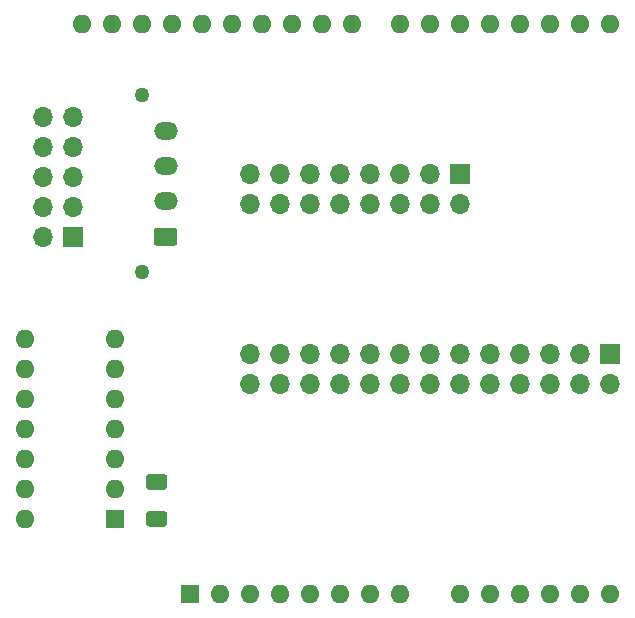
<source format=gbr>
%TF.GenerationSoftware,KiCad,Pcbnew,(5.1.8)-1*%
%TF.CreationDate,2021-08-01T10:57:51-04:00*%
%TF.ProjectId,p3_dx robot controller,70335f64-7820-4726-9f62-6f7420636f6e,rev?*%
%TF.SameCoordinates,Original*%
%TF.FileFunction,Soldermask,Bot*%
%TF.FilePolarity,Negative*%
%FSLAX46Y46*%
G04 Gerber Fmt 4.6, Leading zero omitted, Abs format (unit mm)*
G04 Created by KiCad (PCBNEW (5.1.8)-1) date 2021-08-01 10:57:51*
%MOMM*%
%LPD*%
G01*
G04 APERTURE LIST*
%ADD10O,1.600000X1.600000*%
%ADD11R,1.600000X1.600000*%
%ADD12C,1.270000*%
%ADD13O,2.020000X1.500000*%
%ADD14R,1.700000X1.700000*%
%ADD15O,1.700000X1.700000*%
G04 APERTURE END LIST*
D10*
%TO.C,A1*%
X50800000Y-2540000D03*
X53340000Y-2540000D03*
X13720000Y-2540000D03*
X53340000Y-50800000D03*
X16260000Y-2540000D03*
X50800000Y-50800000D03*
X18800000Y-2540000D03*
X48260000Y-50800000D03*
X21340000Y-2540000D03*
X45720000Y-50800000D03*
X23880000Y-2540000D03*
X43180000Y-50800000D03*
X26420000Y-2540000D03*
X40640000Y-50800000D03*
X28960000Y-2540000D03*
X35560000Y-50800000D03*
X31500000Y-2540000D03*
X33020000Y-50800000D03*
X35560000Y-2540000D03*
X30480000Y-50800000D03*
X38100000Y-2540000D03*
X27940000Y-50800000D03*
X40640000Y-2540000D03*
X25400000Y-50800000D03*
X43180000Y-2540000D03*
X22860000Y-50800000D03*
X45720000Y-2540000D03*
X20320000Y-50800000D03*
X48260000Y-2540000D03*
D11*
X17780000Y-50800000D03*
D10*
X11180000Y-2540000D03*
X8640000Y-2540000D03*
%TD*%
%TO.C,C1*%
G36*
G01*
X14335999Y-40662500D02*
X15636001Y-40662500D01*
G75*
G02*
X15886000Y-40912499I0J-249999D01*
G01*
X15886000Y-41737501D01*
G75*
G02*
X15636001Y-41987500I-249999J0D01*
G01*
X14335999Y-41987500D01*
G75*
G02*
X14086000Y-41737501I0J249999D01*
G01*
X14086000Y-40912499D01*
G75*
G02*
X14335999Y-40662500I249999J0D01*
G01*
G37*
G36*
G01*
X14335999Y-43787500D02*
X15636001Y-43787500D01*
G75*
G02*
X15886000Y-44037499I0J-249999D01*
G01*
X15886000Y-44862501D01*
G75*
G02*
X15636001Y-45112500I-249999J0D01*
G01*
X14335999Y-45112500D01*
G75*
G02*
X14086000Y-44862501I0J249999D01*
G01*
X14086000Y-44037499D01*
G75*
G02*
X14335999Y-43787500I249999J0D01*
G01*
G37*
%TD*%
D12*
%TO.C,P1*%
X13788000Y-23574000D03*
X13788000Y-8574000D03*
G36*
G01*
X16508000Y-21324000D02*
X14988000Y-21324000D01*
G75*
G02*
X14738000Y-21074000I0J250000D01*
G01*
X14738000Y-20074000D01*
G75*
G02*
X14988000Y-19824000I250000J0D01*
G01*
X16508000Y-19824000D01*
G75*
G02*
X16758000Y-20074000I0J-250000D01*
G01*
X16758000Y-21074000D01*
G75*
G02*
X16508000Y-21324000I-250000J0D01*
G01*
G37*
D13*
X15748000Y-17574000D03*
X15748000Y-14574000D03*
X15748000Y-11574000D03*
%TD*%
D14*
%TO.C,P2*%
X53340000Y-30480000D03*
D15*
X53340000Y-33020000D03*
X50800000Y-30480000D03*
X50800000Y-33020000D03*
X48260000Y-30480000D03*
X48260000Y-33020000D03*
X45720000Y-30480000D03*
X45720000Y-33020000D03*
X43180000Y-30480000D03*
X43180000Y-33020000D03*
X40640000Y-30480000D03*
X40640000Y-33020000D03*
X38100000Y-30480000D03*
X38100000Y-33020000D03*
X35560000Y-30480000D03*
X35560000Y-33020000D03*
X33020000Y-30480000D03*
X33020000Y-33020000D03*
X30480000Y-30480000D03*
X30480000Y-33020000D03*
X27940000Y-30480000D03*
X27940000Y-33020000D03*
X25400000Y-30480000D03*
X25400000Y-33020000D03*
X22860000Y-30480000D03*
X22860000Y-33020000D03*
%TD*%
D14*
%TO.C,P3*%
X7874000Y-20574000D03*
D15*
X5334000Y-20574000D03*
X7874000Y-18034000D03*
X5334000Y-18034000D03*
X7874000Y-15494000D03*
X5334000Y-15494000D03*
X7874000Y-12954000D03*
X5334000Y-12954000D03*
X7874000Y-10414000D03*
X5334000Y-10414000D03*
%TD*%
D14*
%TO.C,P4*%
X40640000Y-15240000D03*
D15*
X40640000Y-17780000D03*
X38100000Y-15240000D03*
X38100000Y-17780000D03*
X35560000Y-15240000D03*
X35560000Y-17780000D03*
X33020000Y-15240000D03*
X33020000Y-17780000D03*
X30480000Y-15240000D03*
X30480000Y-17780000D03*
X27940000Y-15240000D03*
X27940000Y-17780000D03*
X25400000Y-15240000D03*
X25400000Y-17780000D03*
X22860000Y-15240000D03*
X22860000Y-17780000D03*
%TD*%
D11*
%TO.C,U1*%
X11430000Y-44450000D03*
D10*
X3810000Y-29210000D03*
X11430000Y-41910000D03*
X3810000Y-31750000D03*
X11430000Y-39370000D03*
X3810000Y-34290000D03*
X11430000Y-36830000D03*
X3810000Y-36830000D03*
X11430000Y-34290000D03*
X3810000Y-39370000D03*
X11430000Y-31750000D03*
X3810000Y-41910000D03*
X11430000Y-29210000D03*
X3810000Y-44450000D03*
%TD*%
M02*

</source>
